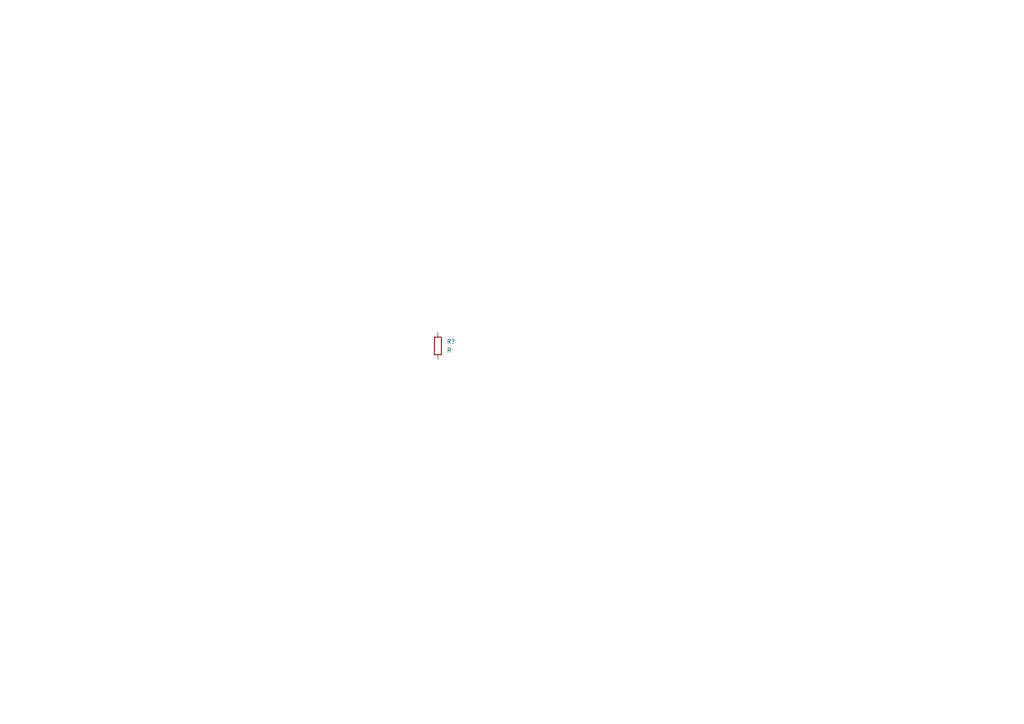
<source format=kicad_sch>
(kicad_sch (version 20211123) (generator eeschema)
  (paper "A4")
  (lib_symbols
    (symbol "Device:R" (pin_numbers hide) (pin_names (offset 0))
      (property "Reference" "R" (at 2.032 0 90))
      (property "Value" "R" (at 0 0 90))
      (symbol "R_0_1"
        (rectangle (start -1.016 -2.54) (end 1.016 2.54) (stroke (width 0.254)))
      )
      (symbol "R_1_1"
        (pin passive line (at 0 3.81 270) (length 1.27) (name "~") (number "1"))
        (pin passive line (at 0 -3.81 90) (length 1.27) (name "~") (number "2"))
      )
    )
  )
  (symbol (lib_id "Device:R") (at 127 100.33 0) (unit 1)
    (property "Reference" "R?" (at 129.54 99.0599 0) (effects (justify left)))
    (property "Value" "R" (at 129.54 101.5999 0) (effects (justify left)))
  )
)
</source>
